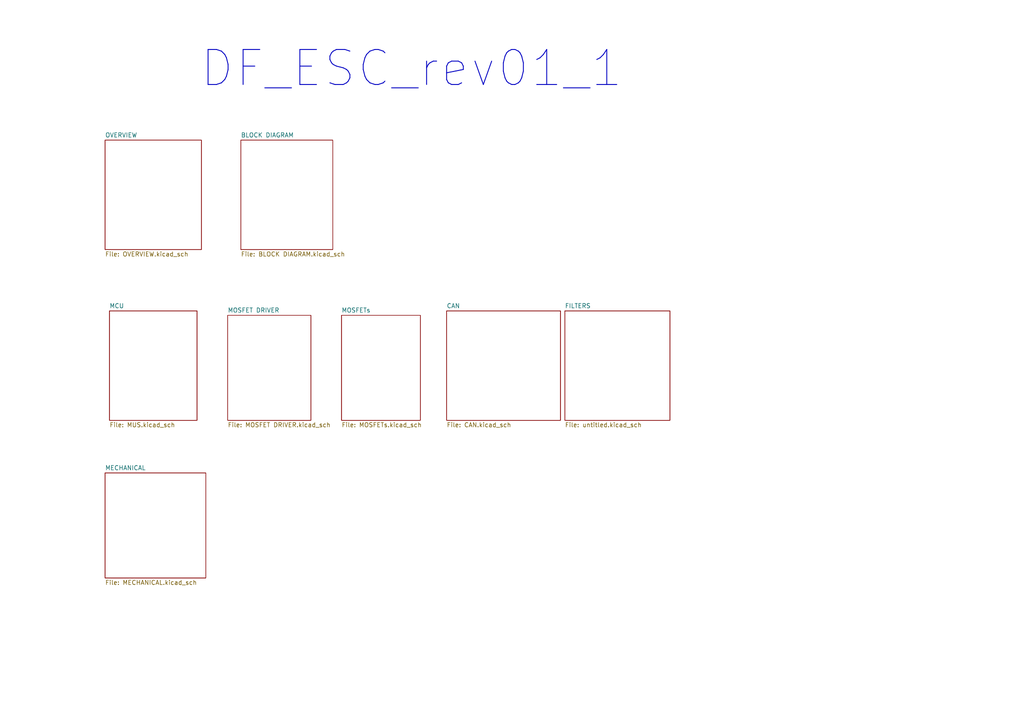
<source format=kicad_sch>
(kicad_sch
	(version 20231120)
	(generator "eeschema")
	(generator_version "8.0")
	(uuid "e63e39d7-6ac0-4ffd-8aa3-1841a4541b55")
	(paper "A4")
	(title_block
		(title "DF_ESC_rev01_1")
		(date "2024-05-05")
		(rev "01")
		(company "Shankar Electronics")
		(comment 1 "dariofresu.com")
		(comment 3 "shankar418@outlook.com")
		(comment 4 "Shankar Aenagandula")
	)
	(lib_symbols)
	(text "DF_ESC_rev01_1"
		(exclude_from_sim no)
		(at 119.38 20.066 0)
		(effects
			(font
				(size 10.16 10.16)
				(thickness 0.254)
				(bold yes)
			)
		)
		(uuid "be202bfc-fadd-4f81-aba4-620b83b4dfa1")
	)
	(sheet
		(at 30.48 137.16)
		(size 29.21 30.48)
		(fields_autoplaced yes)
		(stroke
			(width 0.1524)
			(type solid)
		)
		(fill
			(color 0 0 0 0.0000)
		)
		(uuid "10259bff-6c90-4d7e-9e7c-d96ebcccad1b")
		(property "Sheetname" "MECHANICAL"
			(at 30.48 136.4484 0)
			(effects
				(font
					(size 1.27 1.27)
				)
				(justify left bottom)
			)
		)
		(property "Sheetfile" "MECHANICAL.kicad_sch"
			(at 30.48 168.2246 0)
			(effects
				(font
					(size 1.27 1.27)
				)
				(justify left top)
			)
		)
		(instances
			(project "DF_ESC_rev01_1"
				(path "/e63e39d7-6ac0-4ffd-8aa3-1841a4541b55"
					(page "9")
				)
			)
		)
	)
	(sheet
		(at 69.85 40.64)
		(size 26.67 31.75)
		(fields_autoplaced yes)
		(stroke
			(width 0.1524)
			(type solid)
		)
		(fill
			(color 0 0 0 0.0000)
		)
		(uuid "36cfc68f-adb7-4caf-b283-39e5e2b5af61")
		(property "Sheetname" "BLOCK DIAGRAM"
			(at 69.85 39.9284 0)
			(effects
				(font
					(size 1.27 1.27)
				)
				(justify left bottom)
			)
		)
		(property "Sheetfile" "BLOCK DIAGRAM.kicad_sch"
			(at 69.85 72.9746 0)
			(effects
				(font
					(size 1.27 1.27)
				)
				(justify left top)
			)
		)
		(instances
			(project "DF_ESC_rev01_1"
				(path "/e63e39d7-6ac0-4ffd-8aa3-1841a4541b55"
					(page "8")
				)
			)
		)
	)
	(sheet
		(at 30.48 40.64)
		(size 27.94 31.75)
		(fields_autoplaced yes)
		(stroke
			(width 0.1524)
			(type solid)
		)
		(fill
			(color 0 0 0 0.0000)
		)
		(uuid "5a54a7e3-3868-4aa3-b7f5-2a5cb12112aa")
		(property "Sheetname" "OVERVIEW"
			(at 30.48 39.9284 0)
			(effects
				(font
					(size 1.27 1.27)
				)
				(justify left bottom)
			)
		)
		(property "Sheetfile" "OVERVIEW.kicad_sch"
			(at 30.48 72.9746 0)
			(effects
				(font
					(size 1.27 1.27)
				)
				(justify left top)
			)
		)
		(instances
			(project "DF_ESC_rev01_1"
				(path "/e63e39d7-6ac0-4ffd-8aa3-1841a4541b55"
					(page "7")
				)
			)
		)
	)
	(sheet
		(at 31.75 90.17)
		(size 25.4 31.75)
		(fields_autoplaced yes)
		(stroke
			(width 0.1524)
			(type solid)
		)
		(fill
			(color 0 0 0 0.0000)
		)
		(uuid "5f1f63a0-ccb9-40bd-9752-2f8bc71735b4")
		(property "Sheetname" "MCU"
			(at 31.75 89.4584 0)
			(effects
				(font
					(size 1.27 1.27)
				)
				(justify left bottom)
			)
		)
		(property "Sheetfile" "MUS.kicad_sch"
			(at 31.75 122.5046 0)
			(effects
				(font
					(size 1.27 1.27)
				)
				(justify left top)
			)
		)
		(instances
			(project "DF_ESC_rev01_1"
				(path "/e63e39d7-6ac0-4ffd-8aa3-1841a4541b55"
					(page "2")
				)
			)
		)
	)
	(sheet
		(at 99.06 91.44)
		(size 22.86 30.48)
		(fields_autoplaced yes)
		(stroke
			(width 0.1524)
			(type solid)
		)
		(fill
			(color 0 0 0 0.0000)
		)
		(uuid "6df0683c-a203-4e90-9ec6-64ab213c6984")
		(property "Sheetname" "MOSFETs"
			(at 99.06 90.7284 0)
			(effects
				(font
					(size 1.27 1.27)
				)
				(justify left bottom)
			)
		)
		(property "Sheetfile" "MOSFETs.kicad_sch"
			(at 99.06 122.5046 0)
			(effects
				(font
					(size 1.27 1.27)
				)
				(justify left top)
			)
		)
		(instances
			(project "DF_ESC_rev01_1"
				(path "/e63e39d7-6ac0-4ffd-8aa3-1841a4541b55"
					(page "4")
				)
			)
		)
	)
	(sheet
		(at 163.83 90.17)
		(size 30.48 31.75)
		(fields_autoplaced yes)
		(stroke
			(width 0.1524)
			(type solid)
		)
		(fill
			(color 0 0 0 0.0000)
		)
		(uuid "7e97455f-1f26-4b1f-9fbb-18136545799c")
		(property "Sheetname" "FILTERS"
			(at 163.83 89.4584 0)
			(effects
				(font
					(size 1.27 1.27)
				)
				(justify left bottom)
			)
		)
		(property "Sheetfile" "untitled.kicad_sch"
			(at 163.83 122.5046 0)
			(effects
				(font
					(size 1.27 1.27)
				)
				(justify left top)
			)
		)
		(instances
			(project "DF_ESC_rev01_1"
				(path "/e63e39d7-6ac0-4ffd-8aa3-1841a4541b55"
					(page "6")
				)
			)
		)
	)
	(sheet
		(at 66.04 91.44)
		(size 24.13 30.48)
		(fields_autoplaced yes)
		(stroke
			(width 0.1524)
			(type solid)
		)
		(fill
			(color 0 0 0 0.0000)
		)
		(uuid "91eb09c2-69bd-4c43-af63-63ecce2a5568")
		(property "Sheetname" "MOSFET DRIVER"
			(at 66.04 90.7284 0)
			(effects
				(font
					(size 1.27 1.27)
				)
				(justify left bottom)
			)
		)
		(property "Sheetfile" "MOSFET DRIVER.kicad_sch"
			(at 66.04 122.5046 0)
			(effects
				(font
					(size 1.27 1.27)
				)
				(justify left top)
			)
		)
		(instances
			(project "DF_ESC_rev01_1"
				(path "/e63e39d7-6ac0-4ffd-8aa3-1841a4541b55"
					(page "3")
				)
			)
		)
	)
	(sheet
		(at 129.54 90.17)
		(size 33.02 31.75)
		(fields_autoplaced yes)
		(stroke
			(width 0.1524)
			(type solid)
		)
		(fill
			(color 0 0 0 0.0000)
		)
		(uuid "c3ddd37d-0c15-405f-aa39-1d554344cd78")
		(property "Sheetname" "CAN"
			(at 129.54 89.4584 0)
			(effects
				(font
					(size 1.27 1.27)
				)
				(justify left bottom)
			)
		)
		(property "Sheetfile" "CAN.kicad_sch"
			(at 129.54 122.5046 0)
			(effects
				(font
					(size 1.27 1.27)
				)
				(justify left top)
			)
		)
		(instances
			(project "DF_ESC_rev01_1"
				(path "/e63e39d7-6ac0-4ffd-8aa3-1841a4541b55"
					(page "5")
				)
			)
		)
	)
	(sheet_instances
		(path "/"
			(page "1")
		)
	)
)

</source>
